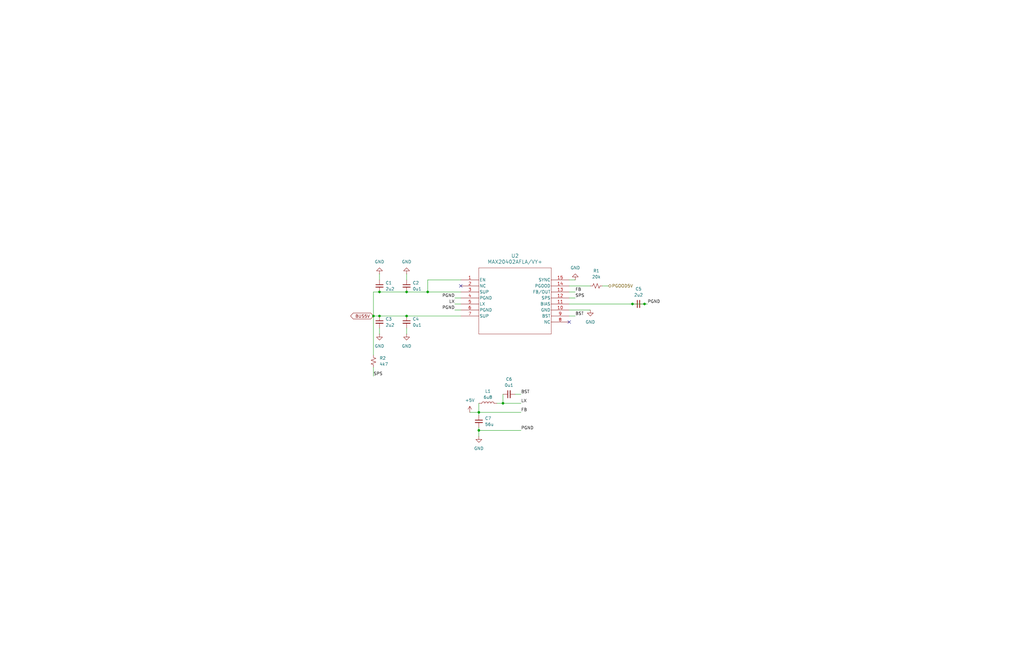
<source format=kicad_sch>
(kicad_sch (version 20231120) (generator "eeschema") (generator_version "8.0")
  (paper "USLedger")
  (lib_symbols
    (symbol "Device:C_Small" (pin_numbers hide) (pin_names (offset 0.254) hide)
      (property "Reference" "C" (at 0.254 1.778 0))
      (property "Value" "C_Small" (at 0.254 -2.032 0))
      (symbol "C_Small_0_1"
        (polyline (pts (xy -1.524 -0.508) (xy 1.524 -0.508)) (stroke (width 0.3302)))
        (polyline (pts (xy -1.524 0.508) (xy 1.524 0.508)) (stroke (width 0.3048)))
      )
      (symbol "C_Small_1_1"
        (pin passive line (at 0 2.54 270) (length 2.032) (name "~") (number "1"))
        (pin passive line (at 0 -2.54 90) (length 2.032) (name "~") (number "2"))
      )
    )
    (symbol "Device:L" (pin_numbers hide) (pin_names (offset 1.016) hide)
      (property "Reference" "L" (at -1.27 0 90))
      (property "Value" "L" (at 1.905 0 90))
      (symbol "L_0_1"
        (arc (start 0 -2.54) (mid 0.6323 -1.905) (end 0 -1.27))
        (arc (start 0 -1.27) (mid 0.6323 -0.635) (end 0 0))
        (arc (start 0 0) (mid 0.6323 0.635) (end 0 1.27))
        (arc (start 0 1.27) (mid 0.6323 1.905) (end 0 2.54))
      )
      (symbol "L_1_1"
        (pin passive line (at 0 3.81 270) (length 1.27) (name "1") (number "1"))
        (pin passive line (at 0 -3.81 90) (length 1.27) (name "2") (number "2"))
      )
    )
    (symbol "Device:R_Small_US" (pin_numbers hide) (pin_names (offset 0.254) hide)
      (property "Reference" "R" (at 0.762 0.508 0))
      (property "Value" "R_Small_US" (at 0.762 -1.016 0))
      (symbol "R_Small_US_1_1"
        (polyline (pts (xy 0 0) (xy 1.016 -0.381) (xy 0 -0.762) (xy -1.016 -1.143) (xy 0 -1.524)))
        (polyline (pts (xy 0 1.524) (xy 1.016 1.143) (xy 0 0.762) (xy -1.016 0.381) (xy 0 0)))
        (pin passive line (at 0 2.54 270) (length 1.016) (name "~") (number "1"))
        (pin passive line (at 0 -2.54 90) (length 1.016) (name "~") (number "2"))
      )
    )
    (symbol "MAX20402A:MAX20402AFLA_VY+" (pin_names (offset 0.254))
      (property "Reference" "U" (at 22.86 10.16 0))
      (property "Value" "MAX20402AFLA/VY+" (at 22.86 7.62 0))
      (symbol "MAX20402AFLA_VY+_0_1"
        (polyline (pts (xy 7.62 -22.86) (xy 38.1 -22.86)) (stroke (width 0.127)))
        (polyline (pts (xy 7.62 5.08) (xy 7.62 -22.86)) (stroke (width 0.127)))
        (polyline (pts (xy 38.1 -22.86) (xy 38.1 5.08)) (stroke (width 0.127)))
        (polyline (pts (xy 38.1 5.08) (xy 7.62 5.08)) (stroke (width 0.127)))
        (pin input line (at 0 0 0) (length 7.62) (name "EN") (number "1"))
        (pin power_in line (at 45.72 -12.7 180) (length 7.62) (name "GND") (number "10"))
        (pin unspecified line (at 45.72 -10.16 180) (length 7.62) (name "BIAS") (number "11"))
        (pin unspecified line (at 45.72 -7.62 180) (length 7.62) (name "SPS") (number "12"))
        (pin input line (at 45.72 -5.08 180) (length 7.62) (name "FB/OUT") (number "13"))
        (pin output line (at 45.72 -2.54 180) (length 7.62) (name "PGOOD") (number "14"))
        (pin input line (at 45.72 0 180) (length 7.62) (name "SYNC") (number "15"))
        (pin unspecified line (at 0 -2.54 0) (length 7.62) (name "NC") (number "2"))
        (pin input line (at 0 -5.08 0) (length 7.62) (name "SUP") (number "3"))
        (pin power_in line (at 0 -7.62 0) (length 7.62) (name "PGND") (number "4"))
        (pin unspecified line (at 0 -10.16 0) (length 7.62) (name "LX") (number "5"))
        (pin power_in line (at 0 -12.7 0) (length 7.62) (name "PGND") (number "6"))
        (pin input line (at 0 -15.24 0) (length 7.62) (name "SUP") (number "7"))
        (pin unspecified line (at 45.72 -17.78 180) (length 7.62) (name "NC") (number "8"))
        (pin unspecified line (at 45.72 -15.24 180) (length 7.62) (name "BST") (number "9"))
      )
    )
    (symbol "power:+5V" (power) (pin_numbers hide) (pin_names (offset 0) hide)
      (property "Value" "+5V" (at 0 3.556 0))
      (symbol "+5V_0_1"
        (polyline (pts (xy -0.762 1.27) (xy 0 2.54)))
        (polyline (pts (xy 0 0) (xy 0 2.54)))
        (polyline (pts (xy 0 2.54) (xy 0.762 1.27)))
      )
      (symbol "+5V_1_1"
        (pin power_in line (at 0 0 90) (length 0) (name "~") (number "1"))
      )
    )
    (symbol "power:GND" (power) (pin_numbers hide) (pin_names (offset 0) hide)
      (property "Value" "GND" (at 0 -3.81 0))
      (symbol "GND_0_1"
        (polyline (pts (xy 0 0) (xy 0 -1.27) (xy 1.27 -1.27) (xy 0 -2.54) (xy -1.27 -1.27) (xy 0 -1.27)))
      )
      (symbol "GND_1_1"
        (pin power_in line (at 0 0 270) (length 0) (name "~") (number "1"))
      )
    )
  )
  (junction (at 201.93 173.99))
  (junction (at 266.7 128.27))
  (junction (at 271.78 128.27))
  (junction (at 212.09 170.18))
  (junction (at 160.02 133.35))
  (junction (at 201.93 181.61))
  (junction (at 160.02 123.19))
  (junction (at 157.48 133.35))
  (junction (at 180.34 123.19))
  (junction (at 171.45 123.19))
  (junction (at 171.45 133.35))
  (no_connect (at 194.31 120.65))
  (no_connect (at 240.03 135.89))
  (wire (pts (xy 240.03 130.81) (xy 248.92 130.81)))
  (wire (pts (xy 160.02 123.19) (xy 157.48 123.19)))
  (wire (pts (xy 201.93 181.61) (xy 219.71 181.61)))
  (wire (pts (xy 212.09 170.18) (xy 212.09 166.37)))
  (wire (pts (xy 217.17 166.37) (xy 219.71 166.37)))
  (wire (pts (xy 157.48 133.35) (xy 157.48 149.86)))
  (wire (pts (xy 240.03 133.35) (xy 242.57 133.35)))
  (wire (pts (xy 171.45 115.57) (xy 171.45 118.11)))
  (wire (pts (xy 254 120.65) (xy 256.54 120.65)))
  (wire (pts (xy 191.77 130.81) (xy 194.31 130.81)))
  (wire (pts (xy 201.93 181.61) (xy 201.93 180.34)))
  (wire (pts (xy 219.71 173.99) (xy 201.93 173.99)))
  (wire (pts (xy 209.55 170.18) (xy 212.09 170.18)))
  (wire (pts (xy 160.02 133.35) (xy 171.45 133.35)))
  (wire (pts (xy 180.34 123.19) (xy 194.31 123.19)))
  (wire (pts (xy 191.77 125.73) (xy 194.31 125.73)))
  (wire (pts (xy 171.45 123.19) (xy 180.34 123.19)))
  (wire (pts (xy 266.7 128.27) (xy 271.78 128.27)))
  (wire (pts (xy 171.45 138.43) (xy 171.45 140.97)))
  (wire (pts (xy 160.02 123.19) (xy 171.45 123.19)))
  (wire (pts (xy 240.03 120.65) (xy 248.92 120.65)))
  (wire (pts (xy 180.34 118.11) (xy 180.34 123.19)))
  (wire (pts (xy 198.12 173.99) (xy 201.93 173.99)))
  (wire (pts (xy 201.93 173.99) (xy 201.93 170.18)))
  (wire (pts (xy 191.77 128.27) (xy 194.31 128.27)))
  (wire (pts (xy 240.03 125.73) (xy 242.57 125.73)))
  (wire (pts (xy 171.45 133.35) (xy 194.31 133.35)))
  (wire (pts (xy 219.71 170.18) (xy 212.09 170.18)))
  (wire (pts (xy 157.48 154.94) (xy 157.48 158.75)))
  (wire (pts (xy 157.48 123.19) (xy 157.48 133.35)))
  (wire (pts (xy 201.93 175.26) (xy 201.93 173.99)))
  (wire (pts (xy 157.48 133.35) (xy 160.02 133.35)))
  (wire (pts (xy 240.03 128.27) (xy 266.7 128.27)))
  (wire (pts (xy 201.93 181.61) (xy 201.93 184.15)))
  (wire (pts (xy 160.02 115.57) (xy 160.02 118.11)))
  (wire (pts (xy 160.02 138.43) (xy 160.02 140.97)))
  (wire (pts (xy 271.78 128.27) (xy 273.05 128.27)))
  (wire (pts (xy 194.31 118.11) (xy 180.34 118.11)))
  (wire (pts (xy 240.03 123.19) (xy 242.57 123.19)))
  (wire (pts (xy 240.03 118.11) (xy 242.57 118.11)))
  (label "PGND" (at 191.77 130.81 180))
  (label "LX" (at 191.77 128.27 180))
  (label "SPS" (at 157.48 158.75 0))
  (label "BST" (at 242.57 133.35 0))
  (label "SPS" (at 242.57 125.73 0))
  (label "FB" (at 242.57 123.19 0))
  (label "PGND" (at 191.77 125.73 180))
  (label "PGND" (at 273.05 128.27 0))
  (label "LX" (at 219.71 170.18 0))
  (label "PGND" (at 219.71 181.61 0))
  (label "FB" (at 219.71 173.99 0))
  (label "BST" (at 219.71 166.37 0))
  (global_label "BUS5V" (shape bidirectional) (at 157.48 133.35 180) (property "Intersheetrefs" "${INTERSHEET_REFS}" (effects (hide yes))))
  (hierarchical_label "PGOOD5V" (shape bidirectional) (at 256.54 120.65 0))
  (symbol (lib_id "Device:C_Small") (at 214.63 166.37 90) (unit 1)
    (property "Reference" "C6" (at 214.6363 160.02 90))
    (property "Value" "0u1" (at 214.6363 162.56 90))
    (property "Description" "Unpolarized capacitor, small symbol" (effects (hide yes)))
  )
  (symbol (lib_id "Device:C_Small") (at 201.93 177.8 0) (unit 1)
    (property "Reference" "C7" (at 204.47 176.5362 0) (effects (justify left)))
    (property "Value" "56u" (at 204.47 179.0762 0) (effects (justify left)))
    (property "Description" "Unpolarized capacitor, small symbol" (effects (hide yes)))
  )
  (symbol (lib_id "Device:C_Small") (at 269.24 128.27 90) (unit 1)
    (property "Reference" "C5" (at 269.2463 121.92 90))
    (property "Value" "2u2" (at 269.2463 124.46 90))
    (property "Description" "Unpolarized capacitor, small symbol" (effects (hide yes)))
  )
  (symbol (lib_id "Device:C_Small") (at 160.02 135.89 0) (unit 1)
    (property "Reference" "C3" (at 162.56 134.6262 0) (effects (justify left)))
    (property "Value" "2u2" (at 162.56 137.1662 0) (effects (justify left)))
    (property "Description" "Unpolarized capacitor, small symbol" (effects (hide yes)))
  )
  (symbol (lib_id "power:GND") (at 201.93 184.15 0) (unit 1)
    (property "Reference" "#PWR05" (effects (hide yes)))
    (property "Value" "GND" (at 201.93 189.23 0))
    (property "Description" "Power symbol creates a global label with name \"GND\" , ground" (effects (hide yes)))
  )
  (symbol (lib_id "Device:C_Small") (at 171.45 120.65 0) (unit 1)
    (property "Reference" "C2" (at 173.99 119.3862 0) (effects (justify left)))
    (property "Value" "0u1" (at 173.99 121.9262 0) (effects (justify left)))
    (property "Description" "Unpolarized capacitor, small symbol" (effects (hide yes)))
  )
  (symbol (lib_id "power:+5V") (at 198.12 173.99 0) (unit 1)
    (property "Reference" "#PWR06" (effects (hide yes)))
    (property "Value" "+5V" (at 198.12 168.91 0))
    (property "Description" "Power symbol creates a global label with name \"+5V\"" (effects (hide yes)))
  )
  (symbol (lib_id "power:GND") (at 171.45 140.97 0) (unit 1)
    (property "Reference" "#PWR02" (effects (hide yes)))
    (property "Value" "GND" (at 171.45 146.05 0))
    (property "Description" "Power symbol creates a global label with name \"GND\" , ground" (effects (hide yes)))
  )
  (symbol (lib_id "Device:R_Small_US") (at 157.48 152.4 180) (unit 1)
    (property "Reference" "R2" (at 160.02 151.1299 0) (effects (justify right)))
    (property "Value" "4k7" (at 160.02 153.6699 0) (effects (justify right)))
    (property "Description" "Resistor, small US symbol" (effects (hide yes)))
  )
  (symbol (lib_id "power:GND") (at 160.02 115.57 180) (unit 1)
    (property "Reference" "#PWR04" (effects (hide yes)))
    (property "Value" "GND" (at 160.02 110.49 0))
    (property "Description" "Power symbol creates a global label with name \"GND\" , ground" (effects (hide yes)))
  )
  (symbol (lib_id "MAX20402A:MAX20402AFLA_VY+") (at 194.31 118.11 0) (unit 1)
    (property "Reference" "U2" (at 217.17 107.95 0) (effects (font (size 1.524 1.524))))
    (property "Value" "MAX20402AFLA/VY+" (at 217.17 110.49 0) (effects (font (size 1.524 1.524))))
    (property "Footprint" "21-100532_90-100188_ADI" (effects (hide yes)))
    (property "Datasheet" "MAX20402AFLA/VY+" (effects (hide yes)))
  )
  (symbol (lib_id "Device:C_Small") (at 160.02 120.65 0) (unit 1)
    (property "Reference" "C1" (at 162.56 119.3862 0) (effects (justify left)))
    (property "Value" "2u2" (at 162.56 121.9262 0) (effects (justify left)))
    (property "Description" "Unpolarized capacitor, small symbol" (effects (hide yes)))
  )
  (symbol (lib_id "power:GND") (at 171.45 115.57 180) (unit 1)
    (property "Reference" "#PWR03" (effects (hide yes)))
    (property "Value" "GND" (at 171.45 110.49 0))
    (property "Description" "Power symbol creates a global label with name \"GND\" , ground" (effects (hide yes)))
  )
  (symbol (lib_id "power:GND") (at 242.57 118.11 180) (unit 1)
    (property "Reference" "#PWR08" (effects (hide yes)))
    (property "Value" "GND" (at 242.57 113.03 0))
    (property "Description" "Power symbol creates a global label with name \"GND\" , ground" (effects (hide yes)))
  )
  (symbol (lib_id "Device:C_Small") (at 171.45 135.89 0) (unit 1)
    (property "Reference" "C4" (at 173.99 134.6262 0) (effects (justify left)))
    (property "Value" "0u1" (at 173.99 137.1662 0) (effects (justify left)))
    (property "Description" "Unpolarized capacitor, small symbol" (effects (hide yes)))
  )
  (symbol (lib_id "power:GND") (at 248.92 130.81 0) (unit 1)
    (property "Reference" "#PWR07" (effects (hide yes)))
    (property "Value" "GND" (at 248.92 135.89 0))
    (property "Description" "Power symbol creates a global label with name \"GND\" , ground" (effects (hide yes)))
  )
  (symbol (lib_id "Device:L") (at 205.74 170.18 90) (unit 1)
    (property "Reference" "L1" (at 205.74 165.1 90))
    (property "Value" "6u8" (at 205.74 167.64 90))
    (property "Description" "Inductor" (effects (hide yes)))
  )
  (symbol (lib_id "power:GND") (at 160.02 140.97 0) (unit 1)
    (property "Reference" "#PWR01" (effects (hide yes)))
    (property "Value" "GND" (at 160.02 146.05 0))
    (property "Description" "Power symbol creates a global label with name \"GND\" , ground" (effects (hide yes)))
  )
  (symbol (lib_id "Device:R_Small_US") (at 251.46 120.65 90) (unit 1)
    (property "Reference" "R1" (at 251.46 114.3 90))
    (property "Value" "20k" (at 251.46 116.84 90))
    (property "Description" "Resistor, small US symbol" (effects (hide yes)))
  )
)
</source>
